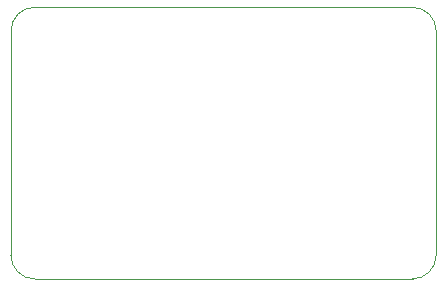
<source format=gm1>
G04 #@! TF.GenerationSoftware,KiCad,Pcbnew,8.0.8*
G04 #@! TF.CreationDate,2025-05-21T17:39:24-04:00*
G04 #@! TF.ProjectId,project-TPS62933-breakout,70726f6a-6563-4742-9d54-505336323933,rev?*
G04 #@! TF.SameCoordinates,Original*
G04 #@! TF.FileFunction,Profile,NP*
%FSLAX46Y46*%
G04 Gerber Fmt 4.6, Leading zero omitted, Abs format (unit mm)*
G04 Created by KiCad (PCBNEW 8.0.8) date 2025-05-21 17:39:24*
%MOMM*%
%LPD*%
G01*
G04 APERTURE LIST*
G04 #@! TA.AperFunction,Profile*
%ADD10C,0.050000*%
G04 #@! TD*
G04 APERTURE END LIST*
D10*
X59000000Y-20000000D02*
X59000000Y-39000000D01*
X57000000Y-41000000D02*
X25000000Y-41000000D01*
X57000000Y-18000000D02*
G75*
G02*
X59000000Y-20000000I0J-2000000D01*
G01*
X25000000Y-41000000D02*
G75*
G02*
X23000000Y-39000000I0J2000000D01*
G01*
X59000000Y-39000000D02*
G75*
G02*
X57000000Y-41000000I-2000000J0D01*
G01*
X23000000Y-20000000D02*
G75*
G02*
X25000000Y-18000000I2000000J0D01*
G01*
X23000000Y-39000000D02*
X23000000Y-20000000D01*
X25000000Y-18000000D02*
X57000000Y-18000000D01*
M02*

</source>
